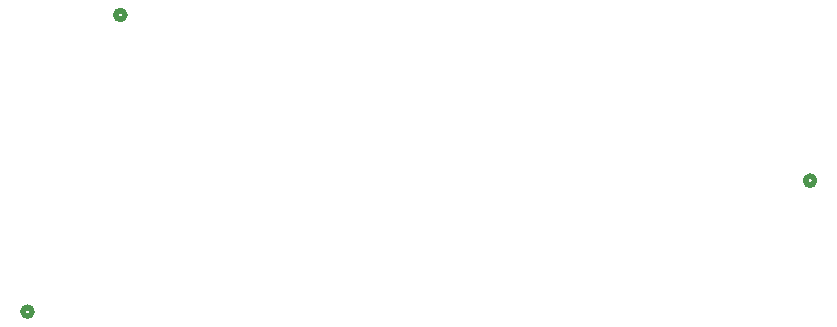
<source format=gbr>
%TF.GenerationSoftware,KiCad,Pcbnew,9.0.0*%
%TF.CreationDate,2025-04-18T23:18:59-05:00*%
%TF.ProjectId,BSPD,42535044-2e6b-4696-9361-645f70636258,rev?*%
%TF.SameCoordinates,Original*%
%TF.FileFunction,Legend,Bot*%
%TF.FilePolarity,Positive*%
%FSLAX46Y46*%
G04 Gerber Fmt 4.6, Leading zero omitted, Abs format (unit mm)*
G04 Created by KiCad (PCBNEW 9.0.0) date 2025-04-18 23:18:59*
%MOMM*%
%LPD*%
G01*
G04 APERTURE LIST*
%ADD10C,0.508000*%
G04 APERTURE END LIST*
D10*
%TO.C,U102*%
X137081000Y-95727000D02*
G75*
G02*
X136319000Y-95727000I-381000J0D01*
G01*
X136319000Y-95727000D02*
G75*
G02*
X137081000Y-95727000I381000J0D01*
G01*
%TO.C,U110*%
X195481000Y-109758000D02*
G75*
G02*
X194719000Y-109758000I-381000J0D01*
G01*
X194719000Y-109758000D02*
G75*
G02*
X195481000Y-109758000I381000J0D01*
G01*
%TO.C,U101*%
X129223000Y-120850000D02*
G75*
G02*
X128461000Y-120850000I-381000J0D01*
G01*
X128461000Y-120850000D02*
G75*
G02*
X129223000Y-120850000I381000J0D01*
G01*
%TD*%
M02*

</source>
